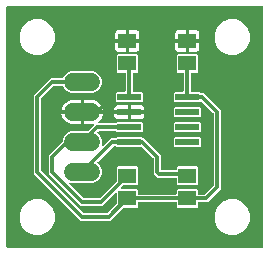
<source format=gbr>
G04 EAGLE Gerber RS-274X export*
G75*
%MOMM*%
%FSLAX34Y34*%
%LPD*%
%INTop Copper*%
%IPPOS*%
%AMOC8*
5,1,8,0,0,1.08239X$1,22.5*%
G01*
%ADD10R,1.500000X1.300000*%
%ADD11C,1.524000*%
%ADD12R,2.030000X0.610000*%
%ADD13C,0.304800*%

G36*
X203220Y596142D02*
X203220Y596142D01*
X203239Y596140D01*
X203341Y596162D01*
X203443Y596179D01*
X203460Y596188D01*
X203480Y596192D01*
X203569Y596245D01*
X203660Y596294D01*
X203674Y596308D01*
X203691Y596318D01*
X203758Y596397D01*
X203830Y596472D01*
X203838Y596490D01*
X203851Y596505D01*
X203890Y596601D01*
X203933Y596695D01*
X203935Y596715D01*
X203943Y596733D01*
X203961Y596900D01*
X203961Y800100D01*
X203958Y800120D01*
X203960Y800139D01*
X203938Y800241D01*
X203922Y800343D01*
X203912Y800360D01*
X203908Y800380D01*
X203855Y800469D01*
X203806Y800560D01*
X203792Y800574D01*
X203782Y800591D01*
X203703Y800658D01*
X203628Y800730D01*
X203610Y800738D01*
X203595Y800751D01*
X203499Y800790D01*
X203405Y800833D01*
X203385Y800835D01*
X203367Y800843D01*
X203200Y800861D01*
X-12700Y800861D01*
X-12720Y800858D01*
X-12739Y800860D01*
X-12841Y800838D01*
X-12943Y800822D01*
X-12960Y800812D01*
X-12980Y800808D01*
X-13069Y800755D01*
X-13160Y800706D01*
X-13174Y800692D01*
X-13191Y800682D01*
X-13258Y800603D01*
X-13330Y800528D01*
X-13338Y800510D01*
X-13351Y800495D01*
X-13390Y800399D01*
X-13433Y800305D01*
X-13435Y800285D01*
X-13443Y800267D01*
X-13461Y800100D01*
X-13461Y596900D01*
X-13458Y596880D01*
X-13460Y596861D01*
X-13438Y596759D01*
X-13422Y596657D01*
X-13412Y596640D01*
X-13408Y596620D01*
X-13355Y596531D01*
X-13306Y596440D01*
X-13292Y596426D01*
X-13282Y596409D01*
X-13203Y596342D01*
X-13128Y596271D01*
X-13110Y596262D01*
X-13095Y596249D01*
X-12999Y596210D01*
X-12905Y596167D01*
X-12885Y596165D01*
X-12867Y596157D01*
X-12700Y596139D01*
X203200Y596139D01*
X203220Y596142D01*
G37*
%LPC*%
G36*
X49537Y619251D02*
X49537Y619251D01*
X9651Y659137D01*
X9651Y725163D01*
X24137Y739649D01*
X34036Y739649D01*
X34151Y739668D01*
X34267Y739685D01*
X34273Y739687D01*
X34279Y739688D01*
X34381Y739743D01*
X34486Y739796D01*
X34491Y739801D01*
X34496Y739804D01*
X34576Y739888D01*
X34658Y739972D01*
X34662Y739978D01*
X34665Y739982D01*
X34673Y739999D01*
X34739Y740119D01*
X35427Y741780D01*
X38000Y744353D01*
X41361Y745745D01*
X60239Y745745D01*
X63600Y744353D01*
X66173Y741780D01*
X67565Y738419D01*
X67565Y734781D01*
X66173Y731420D01*
X63600Y728847D01*
X60239Y727455D01*
X41361Y727455D01*
X38000Y728847D01*
X35427Y731420D01*
X34739Y733081D01*
X34678Y733181D01*
X34618Y733281D01*
X34613Y733285D01*
X34610Y733290D01*
X34520Y733365D01*
X34431Y733441D01*
X34425Y733443D01*
X34420Y733447D01*
X34312Y733489D01*
X34203Y733533D01*
X34195Y733534D01*
X34191Y733535D01*
X34172Y733536D01*
X34036Y733551D01*
X26978Y733551D01*
X26888Y733537D01*
X26797Y733529D01*
X26767Y733517D01*
X26735Y733512D01*
X26655Y733469D01*
X26571Y733433D01*
X26539Y733407D01*
X26518Y733396D01*
X26496Y733373D01*
X26440Y733328D01*
X15972Y722860D01*
X15919Y722786D01*
X15859Y722717D01*
X15847Y722687D01*
X15828Y722660D01*
X15801Y722573D01*
X15767Y722489D01*
X15763Y722448D01*
X15756Y722425D01*
X15757Y722393D01*
X15749Y722322D01*
X15749Y661978D01*
X15763Y661888D01*
X15771Y661797D01*
X15783Y661767D01*
X15788Y661735D01*
X15831Y661655D01*
X15867Y661571D01*
X15893Y661539D01*
X15904Y661518D01*
X15927Y661496D01*
X15972Y661440D01*
X51840Y625572D01*
X51914Y625519D01*
X51983Y625459D01*
X52013Y625447D01*
X52040Y625428D01*
X52127Y625401D01*
X52211Y625367D01*
X52252Y625363D01*
X52275Y625356D01*
X52307Y625357D01*
X52378Y625349D01*
X71422Y625349D01*
X71512Y625363D01*
X71603Y625371D01*
X71633Y625383D01*
X71665Y625388D01*
X71745Y625431D01*
X71829Y625467D01*
X71861Y625493D01*
X71882Y625504D01*
X71904Y625527D01*
X71960Y625572D01*
X79652Y633264D01*
X79705Y633338D01*
X79765Y633407D01*
X79777Y633437D01*
X79796Y633464D01*
X79823Y633550D01*
X79857Y633635D01*
X79861Y633676D01*
X79868Y633699D01*
X79867Y633731D01*
X79875Y633802D01*
X79875Y642026D01*
X79864Y642097D01*
X79862Y642168D01*
X79844Y642217D01*
X79836Y642269D01*
X79802Y642332D01*
X79777Y642399D01*
X79745Y642440D01*
X79720Y642486D01*
X79669Y642535D01*
X79624Y642591D01*
X79580Y642620D01*
X79542Y642655D01*
X79477Y642686D01*
X79417Y642724D01*
X79366Y642737D01*
X79319Y642759D01*
X79248Y642767D01*
X79178Y642784D01*
X79126Y642780D01*
X79075Y642786D01*
X79004Y642771D01*
X78933Y642765D01*
X78885Y642745D01*
X78834Y642734D01*
X78773Y642697D01*
X78707Y642669D01*
X78651Y642624D01*
X78623Y642608D01*
X78608Y642590D01*
X78576Y642564D01*
X69972Y633960D01*
X67963Y631951D01*
X49537Y631951D01*
X22351Y659137D01*
X22351Y674363D01*
X33812Y685824D01*
X33865Y685898D01*
X33925Y685967D01*
X33937Y685997D01*
X33956Y686024D01*
X33983Y686111D01*
X34017Y686195D01*
X34021Y686236D01*
X34028Y686259D01*
X34027Y686291D01*
X34035Y686362D01*
X34035Y687619D01*
X35427Y690980D01*
X38000Y693553D01*
X41361Y694945D01*
X55318Y694945D01*
X55408Y694959D01*
X55499Y694967D01*
X55529Y694979D01*
X55561Y694984D01*
X55641Y695027D01*
X55725Y695063D01*
X55757Y695089D01*
X55778Y695100D01*
X55800Y695123D01*
X55856Y695168D01*
X60543Y699855D01*
X60548Y699861D01*
X60554Y699866D01*
X60620Y699962D01*
X60687Y700054D01*
X60689Y700062D01*
X60693Y700069D01*
X60725Y700180D01*
X60759Y700289D01*
X60759Y700297D01*
X60761Y700305D01*
X60756Y700420D01*
X60753Y700535D01*
X60750Y700543D01*
X60749Y700551D01*
X60708Y700658D01*
X60668Y700766D01*
X60663Y700773D01*
X60660Y700780D01*
X60586Y700868D01*
X60514Y700958D01*
X60508Y700963D01*
X60503Y700969D01*
X60405Y701029D01*
X60307Y701091D01*
X60300Y701093D01*
X60293Y701097D01*
X60181Y701123D01*
X60069Y701151D01*
X60061Y701151D01*
X60053Y701153D01*
X59886Y701145D01*
X59220Y701039D01*
X52323Y701039D01*
X52323Y709677D01*
X68466Y709677D01*
X68331Y708821D01*
X67836Y707300D01*
X67110Y705875D01*
X66170Y704581D01*
X65039Y703450D01*
X64318Y702926D01*
X64312Y702920D01*
X64305Y702916D01*
X64226Y702833D01*
X64145Y702751D01*
X64142Y702744D01*
X64136Y702738D01*
X64088Y702634D01*
X64037Y702530D01*
X64036Y702522D01*
X64032Y702515D01*
X64020Y702401D01*
X64005Y702286D01*
X64006Y702278D01*
X64005Y702271D01*
X64030Y702158D01*
X64052Y702045D01*
X64056Y702038D01*
X64058Y702030D01*
X64117Y701931D01*
X64174Y701831D01*
X64180Y701826D01*
X64184Y701819D01*
X64271Y701744D01*
X64357Y701667D01*
X64365Y701664D01*
X64371Y701659D01*
X64478Y701616D01*
X64583Y701571D01*
X64591Y701570D01*
X64599Y701567D01*
X64766Y701549D01*
X78264Y701549D01*
X78284Y701552D01*
X78303Y701550D01*
X78405Y701572D01*
X78507Y701588D01*
X78524Y701598D01*
X78544Y701602D01*
X78633Y701655D01*
X78724Y701704D01*
X78738Y701718D01*
X78755Y701728D01*
X78822Y701807D01*
X78894Y701882D01*
X78902Y701900D01*
X78915Y701915D01*
X78954Y702011D01*
X78997Y702105D01*
X78999Y702125D01*
X79007Y702143D01*
X79009Y702166D01*
X79918Y703075D01*
X101482Y703075D01*
X102375Y702182D01*
X102375Y694818D01*
X101482Y693925D01*
X79918Y693925D01*
X79000Y694844D01*
X78986Y694933D01*
X78976Y694950D01*
X78972Y694970D01*
X78919Y695059D01*
X78870Y695150D01*
X78856Y695164D01*
X78846Y695181D01*
X78767Y695248D01*
X78692Y695320D01*
X78674Y695328D01*
X78659Y695341D01*
X78563Y695380D01*
X78469Y695423D01*
X78449Y695425D01*
X78431Y695433D01*
X78264Y695451D01*
X65078Y695451D01*
X64988Y695437D01*
X64897Y695429D01*
X64867Y695417D01*
X64835Y695412D01*
X64755Y695369D01*
X64671Y695333D01*
X64639Y695307D01*
X64618Y695296D01*
X64596Y695273D01*
X64540Y695228D01*
X63770Y694459D01*
X63759Y694443D01*
X63743Y694430D01*
X63687Y694343D01*
X63627Y694259D01*
X63621Y694240D01*
X63610Y694223D01*
X63585Y694123D01*
X63554Y694024D01*
X63555Y694004D01*
X63550Y693985D01*
X63558Y693882D01*
X63561Y693778D01*
X63568Y693759D01*
X63569Y693740D01*
X63610Y693645D01*
X63645Y693547D01*
X63658Y693531D01*
X63666Y693513D01*
X63770Y693382D01*
X66173Y690980D01*
X67565Y687619D01*
X67565Y683981D01*
X67258Y683241D01*
X67236Y683146D01*
X67207Y683053D01*
X67208Y683027D01*
X67202Y683001D01*
X67211Y682905D01*
X67214Y682807D01*
X67223Y682783D01*
X67225Y682757D01*
X67265Y682668D01*
X67298Y682576D01*
X67314Y682556D01*
X67325Y682532D01*
X67391Y682460D01*
X67452Y682384D01*
X67474Y682370D01*
X67492Y682351D01*
X67577Y682304D01*
X67659Y682251D01*
X67684Y682245D01*
X67707Y682232D01*
X67803Y682215D01*
X67897Y682191D01*
X67923Y682193D01*
X67949Y682188D01*
X68046Y682203D01*
X68142Y682210D01*
X68166Y682220D01*
X68192Y682224D01*
X68279Y682268D01*
X68369Y682307D01*
X68394Y682327D01*
X68412Y682336D01*
X68435Y682359D01*
X68500Y682411D01*
X74937Y688849D01*
X78264Y688849D01*
X78284Y688852D01*
X78303Y688850D01*
X78405Y688872D01*
X78507Y688888D01*
X78524Y688898D01*
X78544Y688902D01*
X78633Y688955D01*
X78724Y689004D01*
X78738Y689018D01*
X78755Y689028D01*
X78822Y689107D01*
X78894Y689182D01*
X78902Y689200D01*
X78915Y689215D01*
X78954Y689311D01*
X78997Y689405D01*
X78999Y689425D01*
X79007Y689443D01*
X79009Y689466D01*
X79918Y690375D01*
X101482Y690375D01*
X102400Y689456D01*
X102414Y689367D01*
X102424Y689350D01*
X102428Y689330D01*
X102481Y689241D01*
X102530Y689150D01*
X102544Y689136D01*
X102554Y689119D01*
X102633Y689052D01*
X102708Y688980D01*
X102726Y688972D01*
X102741Y688959D01*
X102760Y688951D01*
X117349Y674363D01*
X117349Y662610D01*
X117352Y662590D01*
X117350Y662571D01*
X117372Y662469D01*
X117388Y662367D01*
X117398Y662350D01*
X117402Y662330D01*
X117455Y662241D01*
X117504Y662150D01*
X117518Y662136D01*
X117528Y662119D01*
X117607Y662052D01*
X117682Y661980D01*
X117700Y661972D01*
X117715Y661959D01*
X117811Y661920D01*
X117905Y661877D01*
X117925Y661875D01*
X117943Y661867D01*
X118110Y661849D01*
X129914Y661849D01*
X129934Y661852D01*
X129953Y661850D01*
X130055Y661872D01*
X130157Y661888D01*
X130174Y661898D01*
X130194Y661902D01*
X130283Y661955D01*
X130374Y662004D01*
X130388Y662018D01*
X130405Y662028D01*
X130472Y662107D01*
X130544Y662182D01*
X130552Y662200D01*
X130565Y662215D01*
X130604Y662311D01*
X130647Y662405D01*
X130649Y662425D01*
X130657Y662443D01*
X130675Y662610D01*
X130675Y664332D01*
X131568Y665225D01*
X147832Y665225D01*
X148725Y664332D01*
X148725Y650068D01*
X147832Y649175D01*
X131568Y649175D01*
X130675Y650068D01*
X130675Y654990D01*
X130672Y655010D01*
X130674Y655029D01*
X130652Y655131D01*
X130636Y655233D01*
X130626Y655250D01*
X130622Y655270D01*
X130569Y655359D01*
X130520Y655450D01*
X130506Y655464D01*
X130496Y655481D01*
X130417Y655548D01*
X130342Y655620D01*
X130324Y655628D01*
X130309Y655641D01*
X130213Y655680D01*
X130119Y655723D01*
X130099Y655725D01*
X130081Y655733D01*
X129914Y655751D01*
X114637Y655751D01*
X111251Y659137D01*
X111251Y671522D01*
X111249Y671534D01*
X111250Y671542D01*
X111241Y671584D01*
X111237Y671612D01*
X111229Y671703D01*
X111217Y671733D01*
X111212Y671765D01*
X111169Y671845D01*
X111133Y671929D01*
X111107Y671961D01*
X111096Y671982D01*
X111073Y672004D01*
X111028Y672060D01*
X102086Y681002D01*
X102012Y681055D01*
X101943Y681115D01*
X101913Y681127D01*
X101886Y681146D01*
X101799Y681173D01*
X101715Y681207D01*
X101674Y681211D01*
X101651Y681218D01*
X101619Y681217D01*
X101548Y681225D01*
X79918Y681225D01*
X79000Y682144D01*
X78986Y682233D01*
X78976Y682250D01*
X78972Y682270D01*
X78919Y682359D01*
X78870Y682450D01*
X78856Y682464D01*
X78846Y682481D01*
X78767Y682548D01*
X78692Y682620D01*
X78674Y682628D01*
X78659Y682641D01*
X78563Y682680D01*
X78469Y682723D01*
X78449Y682725D01*
X78431Y682733D01*
X78264Y682751D01*
X77778Y682751D01*
X77688Y682737D01*
X77597Y682729D01*
X77567Y682717D01*
X77535Y682712D01*
X77455Y682669D01*
X77371Y682633D01*
X77339Y682607D01*
X77318Y682596D01*
X77296Y682573D01*
X77240Y682528D01*
X63770Y669059D01*
X63759Y669043D01*
X63743Y669030D01*
X63687Y668943D01*
X63627Y668859D01*
X63621Y668840D01*
X63610Y668823D01*
X63585Y668723D01*
X63554Y668624D01*
X63555Y668604D01*
X63550Y668585D01*
X63558Y668482D01*
X63561Y668378D01*
X63568Y668359D01*
X63569Y668340D01*
X63610Y668245D01*
X63645Y668147D01*
X63658Y668131D01*
X63666Y668113D01*
X63770Y667982D01*
X66173Y665580D01*
X67565Y662219D01*
X67565Y658581D01*
X66173Y655220D01*
X63600Y652647D01*
X60239Y651255D01*
X41361Y651255D01*
X40621Y651562D01*
X40526Y651584D01*
X40433Y651613D01*
X40407Y651612D01*
X40381Y651618D01*
X40285Y651609D01*
X40187Y651606D01*
X40163Y651597D01*
X40137Y651595D01*
X40048Y651555D01*
X39956Y651522D01*
X39936Y651506D01*
X39912Y651495D01*
X39840Y651429D01*
X39764Y651368D01*
X39750Y651346D01*
X39731Y651328D01*
X39684Y651243D01*
X39631Y651161D01*
X39625Y651136D01*
X39612Y651113D01*
X39595Y651017D01*
X39571Y650923D01*
X39573Y650897D01*
X39568Y650871D01*
X39583Y650774D01*
X39590Y650678D01*
X39600Y650654D01*
X39604Y650628D01*
X39648Y650541D01*
X39687Y650451D01*
X39707Y650426D01*
X39716Y650408D01*
X39739Y650385D01*
X39791Y650320D01*
X51840Y638272D01*
X51914Y638219D01*
X51983Y638159D01*
X52013Y638147D01*
X52040Y638128D01*
X52127Y638101D01*
X52211Y638067D01*
X52252Y638063D01*
X52275Y638056D01*
X52307Y638057D01*
X52378Y638049D01*
X65122Y638049D01*
X65212Y638063D01*
X65303Y638071D01*
X65333Y638083D01*
X65365Y638088D01*
X65445Y638131D01*
X65529Y638167D01*
X65561Y638193D01*
X65582Y638204D01*
X65604Y638227D01*
X65660Y638272D01*
X79652Y652264D01*
X79705Y652338D01*
X79765Y652407D01*
X79777Y652437D01*
X79796Y652464D01*
X79823Y652551D01*
X79857Y652635D01*
X79861Y652676D01*
X79868Y652699D01*
X79867Y652731D01*
X79875Y652802D01*
X79875Y664332D01*
X80768Y665225D01*
X97032Y665225D01*
X97925Y664332D01*
X97925Y650068D01*
X97032Y649175D01*
X85502Y649175D01*
X85412Y649161D01*
X85321Y649153D01*
X85291Y649141D01*
X85259Y649136D01*
X85179Y649093D01*
X85095Y649057D01*
X85063Y649031D01*
X85042Y649020D01*
X85020Y648997D01*
X84964Y648952D01*
X83536Y647524D01*
X83494Y647466D01*
X83445Y647414D01*
X83423Y647367D01*
X83392Y647325D01*
X83371Y647256D01*
X83341Y647191D01*
X83335Y647139D01*
X83320Y647089D01*
X83322Y647018D01*
X83314Y646947D01*
X83325Y646896D01*
X83326Y646844D01*
X83351Y646776D01*
X83366Y646706D01*
X83393Y646661D01*
X83411Y646613D01*
X83456Y646557D01*
X83492Y646495D01*
X83532Y646461D01*
X83564Y646421D01*
X83625Y646382D01*
X83679Y646335D01*
X83728Y646316D01*
X83771Y646288D01*
X83841Y646270D01*
X83907Y646243D01*
X83979Y646235D01*
X84010Y646227D01*
X84033Y646229D01*
X84074Y646225D01*
X97032Y646225D01*
X97925Y645332D01*
X97925Y642010D01*
X97928Y641990D01*
X97926Y641971D01*
X97948Y641869D01*
X97964Y641767D01*
X97974Y641750D01*
X97978Y641730D01*
X98031Y641641D01*
X98080Y641550D01*
X98094Y641536D01*
X98104Y641519D01*
X98183Y641452D01*
X98258Y641380D01*
X98276Y641372D01*
X98291Y641359D01*
X98387Y641320D01*
X98481Y641277D01*
X98501Y641275D01*
X98519Y641267D01*
X98686Y641249D01*
X129914Y641249D01*
X129934Y641252D01*
X129953Y641250D01*
X130055Y641272D01*
X130157Y641288D01*
X130174Y641298D01*
X130194Y641302D01*
X130283Y641355D01*
X130374Y641404D01*
X130388Y641418D01*
X130405Y641428D01*
X130472Y641507D01*
X130544Y641582D01*
X130552Y641600D01*
X130565Y641615D01*
X130604Y641711D01*
X130647Y641805D01*
X130649Y641825D01*
X130657Y641843D01*
X130675Y642010D01*
X130675Y645332D01*
X131568Y646225D01*
X147832Y646225D01*
X148725Y645332D01*
X148725Y642010D01*
X148728Y641990D01*
X148726Y641971D01*
X148748Y641869D01*
X148764Y641767D01*
X148774Y641750D01*
X148778Y641730D01*
X148831Y641641D01*
X148880Y641550D01*
X148894Y641536D01*
X148904Y641519D01*
X148983Y641452D01*
X149058Y641380D01*
X149076Y641372D01*
X149091Y641359D01*
X149187Y641320D01*
X149281Y641277D01*
X149301Y641275D01*
X149319Y641267D01*
X149486Y641249D01*
X154022Y641249D01*
X154112Y641263D01*
X154203Y641271D01*
X154233Y641283D01*
X154265Y641288D01*
X154345Y641331D01*
X154429Y641367D01*
X154461Y641393D01*
X154482Y641404D01*
X154504Y641427D01*
X154560Y641472D01*
X161828Y648740D01*
X161881Y648814D01*
X161941Y648883D01*
X161953Y648913D01*
X161972Y648940D01*
X161999Y649027D01*
X162033Y649111D01*
X162037Y649152D01*
X162044Y649175D01*
X162043Y649207D01*
X162051Y649278D01*
X162051Y709622D01*
X162037Y709712D01*
X162029Y709803D01*
X162017Y709833D01*
X162012Y709865D01*
X161969Y709945D01*
X161933Y710029D01*
X161907Y710061D01*
X161896Y710082D01*
X161873Y710104D01*
X161828Y710160D01*
X152111Y719878D01*
X152094Y719889D01*
X152082Y719905D01*
X151995Y719961D01*
X151911Y720021D01*
X151892Y720027D01*
X151875Y720038D01*
X151775Y720063D01*
X151676Y720094D01*
X151656Y720093D01*
X151637Y720098D01*
X151534Y720090D01*
X151430Y720087D01*
X151411Y720080D01*
X151391Y720079D01*
X151296Y720039D01*
X151199Y720003D01*
X151183Y719990D01*
X151165Y719983D01*
X151034Y719878D01*
X150482Y719325D01*
X128918Y719325D01*
X128025Y720218D01*
X128025Y727582D01*
X128918Y728475D01*
X135890Y728475D01*
X135910Y728478D01*
X135929Y728476D01*
X136031Y728498D01*
X136133Y728514D01*
X136150Y728524D01*
X136170Y728528D01*
X136259Y728581D01*
X136350Y728630D01*
X136364Y728644D01*
X136381Y728654D01*
X136448Y728733D01*
X136520Y728808D01*
X136528Y728826D01*
X136541Y728841D01*
X136580Y728937D01*
X136623Y729031D01*
X136625Y729051D01*
X136633Y729069D01*
X136651Y729236D01*
X136651Y743714D01*
X136648Y743734D01*
X136650Y743753D01*
X136628Y743855D01*
X136612Y743957D01*
X136602Y743974D01*
X136598Y743994D01*
X136545Y744083D01*
X136496Y744174D01*
X136482Y744188D01*
X136472Y744205D01*
X136393Y744272D01*
X136318Y744344D01*
X136300Y744352D01*
X136285Y744365D01*
X136189Y744404D01*
X136095Y744447D01*
X136075Y744449D01*
X136057Y744457D01*
X135890Y744475D01*
X131568Y744475D01*
X130675Y745368D01*
X130675Y759632D01*
X131568Y760525D01*
X147832Y760525D01*
X148725Y759632D01*
X148725Y745368D01*
X147832Y744475D01*
X143510Y744475D01*
X143490Y744472D01*
X143471Y744474D01*
X143369Y744452D01*
X143267Y744436D01*
X143250Y744426D01*
X143230Y744422D01*
X143141Y744369D01*
X143050Y744320D01*
X143036Y744306D01*
X143019Y744296D01*
X142952Y744217D01*
X142880Y744142D01*
X142872Y744124D01*
X142859Y744109D01*
X142820Y744013D01*
X142777Y743919D01*
X142775Y743899D01*
X142767Y743881D01*
X142749Y743714D01*
X142749Y729236D01*
X142752Y729216D01*
X142750Y729197D01*
X142772Y729095D01*
X142788Y728993D01*
X142798Y728976D01*
X142802Y728956D01*
X142855Y728867D01*
X142904Y728776D01*
X142918Y728762D01*
X142928Y728745D01*
X143007Y728678D01*
X143082Y728606D01*
X143100Y728598D01*
X143115Y728585D01*
X143211Y728546D01*
X143305Y728503D01*
X143325Y728501D01*
X143343Y728493D01*
X143510Y728475D01*
X150482Y728475D01*
X151400Y727556D01*
X151414Y727467D01*
X151424Y727450D01*
X151428Y727430D01*
X151481Y727341D01*
X151530Y727250D01*
X151544Y727236D01*
X151554Y727219D01*
X151633Y727152D01*
X151708Y727080D01*
X151726Y727072D01*
X151741Y727059D01*
X151837Y727020D01*
X151931Y726977D01*
X151951Y726975D01*
X151969Y726967D01*
X152136Y726949D01*
X153663Y726949D01*
X168149Y712463D01*
X168149Y646437D01*
X156863Y635151D01*
X149486Y635151D01*
X149466Y635148D01*
X149447Y635150D01*
X149345Y635128D01*
X149243Y635112D01*
X149226Y635102D01*
X149206Y635098D01*
X149117Y635045D01*
X149026Y634996D01*
X149012Y634982D01*
X148995Y634972D01*
X148928Y634893D01*
X148856Y634818D01*
X148848Y634800D01*
X148835Y634785D01*
X148796Y634689D01*
X148753Y634595D01*
X148751Y634575D01*
X148743Y634557D01*
X148725Y634390D01*
X148725Y631068D01*
X147832Y630175D01*
X131568Y630175D01*
X130675Y631068D01*
X130675Y634390D01*
X130672Y634410D01*
X130674Y634429D01*
X130652Y634531D01*
X130636Y634633D01*
X130626Y634650D01*
X130622Y634670D01*
X130569Y634759D01*
X130520Y634850D01*
X130506Y634864D01*
X130496Y634881D01*
X130417Y634948D01*
X130342Y635020D01*
X130324Y635028D01*
X130309Y635041D01*
X130213Y635080D01*
X130119Y635123D01*
X130099Y635125D01*
X130081Y635133D01*
X129914Y635151D01*
X98686Y635151D01*
X98666Y635148D01*
X98647Y635150D01*
X98545Y635128D01*
X98443Y635112D01*
X98426Y635102D01*
X98406Y635098D01*
X98317Y635045D01*
X98226Y634996D01*
X98212Y634982D01*
X98195Y634972D01*
X98128Y634893D01*
X98056Y634818D01*
X98048Y634800D01*
X98035Y634785D01*
X97996Y634689D01*
X97953Y634595D01*
X97951Y634575D01*
X97943Y634557D01*
X97925Y634390D01*
X97925Y631068D01*
X97032Y630175D01*
X85502Y630175D01*
X85412Y630161D01*
X85321Y630153D01*
X85291Y630141D01*
X85259Y630136D01*
X85179Y630093D01*
X85095Y630057D01*
X85063Y630031D01*
X85042Y630020D01*
X85020Y629997D01*
X84964Y629952D01*
X74263Y619251D01*
X49537Y619251D01*
G37*
%LPD*%
%LPC*%
G36*
X174816Y759699D02*
X174816Y759699D01*
X169303Y761983D01*
X165083Y766203D01*
X162799Y771716D01*
X162799Y777684D01*
X165083Y783197D01*
X169303Y787417D01*
X174816Y789701D01*
X180784Y789701D01*
X186297Y787417D01*
X190517Y783197D01*
X192801Y777684D01*
X192801Y771716D01*
X190517Y766203D01*
X186297Y761983D01*
X180784Y759699D01*
X174816Y759699D01*
G37*
%LPD*%
%LPC*%
G36*
X174816Y607299D02*
X174816Y607299D01*
X169303Y609583D01*
X165083Y613803D01*
X162799Y619316D01*
X162799Y625284D01*
X165083Y630797D01*
X169303Y635017D01*
X174816Y637301D01*
X180784Y637301D01*
X186297Y635017D01*
X190517Y630797D01*
X192801Y625284D01*
X192801Y619316D01*
X190517Y613803D01*
X186297Y609583D01*
X180784Y607299D01*
X174816Y607299D01*
G37*
%LPD*%
%LPC*%
G36*
X9716Y759699D02*
X9716Y759699D01*
X4203Y761983D01*
X-17Y766203D01*
X-2301Y771716D01*
X-2301Y777684D01*
X-17Y783197D01*
X4203Y787417D01*
X9716Y789701D01*
X15684Y789701D01*
X21197Y787417D01*
X25417Y783197D01*
X27701Y777684D01*
X27701Y771716D01*
X25417Y766203D01*
X21197Y761983D01*
X15684Y759699D01*
X9716Y759699D01*
G37*
%LPD*%
%LPC*%
G36*
X9716Y607299D02*
X9716Y607299D01*
X4203Y609583D01*
X-17Y613803D01*
X-2301Y619316D01*
X-2301Y625284D01*
X-17Y630797D01*
X4203Y635017D01*
X9716Y637301D01*
X15684Y637301D01*
X21197Y635017D01*
X25417Y630797D01*
X27701Y625284D01*
X27701Y619316D01*
X25417Y613803D01*
X21197Y609583D01*
X15684Y607299D01*
X9716Y607299D01*
G37*
%LPD*%
%LPC*%
G36*
X79918Y719325D02*
X79918Y719325D01*
X79025Y720218D01*
X79025Y727582D01*
X79918Y728475D01*
X86890Y728475D01*
X86910Y728478D01*
X86929Y728476D01*
X87031Y728498D01*
X87133Y728514D01*
X87150Y728524D01*
X87170Y728528D01*
X87259Y728581D01*
X87350Y728630D01*
X87364Y728644D01*
X87381Y728654D01*
X87448Y728733D01*
X87520Y728808D01*
X87528Y728826D01*
X87541Y728841D01*
X87580Y728937D01*
X87623Y729031D01*
X87625Y729051D01*
X87633Y729069D01*
X87651Y729236D01*
X87651Y743714D01*
X87648Y743734D01*
X87650Y743753D01*
X87628Y743855D01*
X87612Y743957D01*
X87602Y743974D01*
X87598Y743994D01*
X87545Y744083D01*
X87496Y744174D01*
X87482Y744188D01*
X87472Y744205D01*
X87393Y744272D01*
X87318Y744344D01*
X87300Y744352D01*
X87285Y744365D01*
X87189Y744404D01*
X87095Y744447D01*
X87075Y744449D01*
X87057Y744457D01*
X86890Y744475D01*
X80768Y744475D01*
X79875Y745368D01*
X79875Y759632D01*
X80768Y760525D01*
X97032Y760525D01*
X97925Y759632D01*
X97925Y745368D01*
X97032Y744475D01*
X94510Y744475D01*
X94490Y744472D01*
X94471Y744474D01*
X94369Y744452D01*
X94267Y744436D01*
X94250Y744426D01*
X94230Y744422D01*
X94141Y744369D01*
X94050Y744320D01*
X94036Y744306D01*
X94019Y744296D01*
X93952Y744217D01*
X93880Y744142D01*
X93872Y744124D01*
X93859Y744109D01*
X93820Y744013D01*
X93777Y743919D01*
X93775Y743899D01*
X93767Y743881D01*
X93749Y743714D01*
X93749Y729236D01*
X93752Y729216D01*
X93750Y729197D01*
X93772Y729095D01*
X93788Y728993D01*
X93798Y728976D01*
X93802Y728956D01*
X93855Y728867D01*
X93904Y728776D01*
X93918Y728762D01*
X93928Y728745D01*
X94007Y728678D01*
X94082Y728606D01*
X94100Y728598D01*
X94115Y728585D01*
X94211Y728546D01*
X94305Y728503D01*
X94325Y728501D01*
X94343Y728493D01*
X94510Y728475D01*
X101482Y728475D01*
X102375Y727582D01*
X102375Y720218D01*
X101482Y719325D01*
X79918Y719325D01*
G37*
%LPD*%
%LPC*%
G36*
X128918Y706625D02*
X128918Y706625D01*
X128025Y707518D01*
X128025Y714882D01*
X128918Y715775D01*
X150482Y715775D01*
X151375Y714882D01*
X151375Y707518D01*
X150482Y706625D01*
X128918Y706625D01*
G37*
%LPD*%
%LPC*%
G36*
X128918Y693925D02*
X128918Y693925D01*
X128025Y694818D01*
X128025Y702182D01*
X128918Y703075D01*
X150482Y703075D01*
X151375Y702182D01*
X151375Y694818D01*
X150482Y693925D01*
X128918Y693925D01*
G37*
%LPD*%
%LPC*%
G36*
X128918Y681225D02*
X128918Y681225D01*
X128025Y682118D01*
X128025Y689482D01*
X128918Y690375D01*
X150482Y690375D01*
X151375Y689482D01*
X151375Y682118D01*
X150482Y681225D01*
X128918Y681225D01*
G37*
%LPD*%
%LPC*%
G36*
X52323Y712723D02*
X52323Y712723D01*
X52323Y721361D01*
X59220Y721361D01*
X60799Y721111D01*
X62320Y720616D01*
X63745Y719890D01*
X65039Y718950D01*
X66170Y717819D01*
X67110Y716525D01*
X67836Y715100D01*
X68331Y713579D01*
X68466Y712723D01*
X52323Y712723D01*
G37*
%LPD*%
%LPC*%
G36*
X33134Y712723D02*
X33134Y712723D01*
X33269Y713579D01*
X33764Y715100D01*
X34490Y716525D01*
X35430Y717819D01*
X36561Y718950D01*
X37855Y719890D01*
X39280Y720616D01*
X40801Y721111D01*
X42380Y721361D01*
X49277Y721361D01*
X49277Y712723D01*
X33134Y712723D01*
G37*
%LPD*%
%LPC*%
G36*
X42380Y701039D02*
X42380Y701039D01*
X40801Y701289D01*
X39280Y701784D01*
X37855Y702510D01*
X36561Y703450D01*
X35430Y704581D01*
X34490Y705875D01*
X33764Y707300D01*
X33269Y708821D01*
X33134Y709677D01*
X49277Y709677D01*
X49277Y701039D01*
X42380Y701039D01*
G37*
%LPD*%
%LPC*%
G36*
X90423Y773023D02*
X90423Y773023D01*
X90423Y780541D01*
X96734Y780541D01*
X97381Y780368D01*
X97960Y780033D01*
X98433Y779560D01*
X98768Y778981D01*
X98941Y778334D01*
X98941Y773023D01*
X90423Y773023D01*
G37*
%LPD*%
%LPC*%
G36*
X141223Y773023D02*
X141223Y773023D01*
X141223Y780541D01*
X147534Y780541D01*
X148181Y780368D01*
X148760Y780033D01*
X149233Y779560D01*
X149568Y778981D01*
X149741Y778334D01*
X149741Y773023D01*
X141223Y773023D01*
G37*
%LPD*%
%LPC*%
G36*
X78859Y773023D02*
X78859Y773023D01*
X78859Y778334D01*
X79032Y778981D01*
X79367Y779560D01*
X79840Y780033D01*
X80419Y780368D01*
X81066Y780541D01*
X87377Y780541D01*
X87377Y773023D01*
X78859Y773023D01*
G37*
%LPD*%
%LPC*%
G36*
X129659Y773023D02*
X129659Y773023D01*
X129659Y778334D01*
X129832Y778981D01*
X130167Y779560D01*
X130640Y780033D01*
X131219Y780368D01*
X131866Y780541D01*
X138177Y780541D01*
X138177Y773023D01*
X129659Y773023D01*
G37*
%LPD*%
%LPC*%
G36*
X141223Y762459D02*
X141223Y762459D01*
X141223Y769977D01*
X149741Y769977D01*
X149741Y764666D01*
X149568Y764019D01*
X149233Y763440D01*
X148760Y762967D01*
X148181Y762632D01*
X147534Y762459D01*
X141223Y762459D01*
G37*
%LPD*%
%LPC*%
G36*
X90423Y762459D02*
X90423Y762459D01*
X90423Y769977D01*
X98941Y769977D01*
X98941Y764666D01*
X98768Y764019D01*
X98433Y763440D01*
X97960Y762967D01*
X97381Y762632D01*
X96734Y762459D01*
X90423Y762459D01*
G37*
%LPD*%
%LPC*%
G36*
X131866Y762459D02*
X131866Y762459D01*
X131219Y762632D01*
X130640Y762967D01*
X130167Y763440D01*
X129832Y764019D01*
X129659Y764666D01*
X129659Y769977D01*
X138177Y769977D01*
X138177Y762459D01*
X131866Y762459D01*
G37*
%LPD*%
%LPC*%
G36*
X81066Y762459D02*
X81066Y762459D01*
X80419Y762632D01*
X79840Y762967D01*
X79367Y763440D01*
X79032Y764019D01*
X78859Y764666D01*
X78859Y769977D01*
X87377Y769977D01*
X87377Y762459D01*
X81066Y762459D01*
G37*
%LPD*%
%LPC*%
G36*
X92223Y712723D02*
X92223Y712723D01*
X92223Y716791D01*
X101184Y716791D01*
X101831Y716618D01*
X102410Y716283D01*
X102883Y715810D01*
X103218Y715231D01*
X103391Y714584D01*
X103391Y712723D01*
X92223Y712723D01*
G37*
%LPD*%
%LPC*%
G36*
X78009Y712723D02*
X78009Y712723D01*
X78009Y714584D01*
X78182Y715231D01*
X78517Y715810D01*
X78990Y716283D01*
X79569Y716618D01*
X80216Y716791D01*
X89177Y716791D01*
X89177Y712723D01*
X78009Y712723D01*
G37*
%LPD*%
%LPC*%
G36*
X92223Y705609D02*
X92223Y705609D01*
X92223Y709677D01*
X103391Y709677D01*
X103391Y707816D01*
X103218Y707169D01*
X102883Y706590D01*
X102410Y706117D01*
X101831Y705782D01*
X101184Y705609D01*
X92223Y705609D01*
G37*
%LPD*%
%LPC*%
G36*
X80216Y705609D02*
X80216Y705609D01*
X79569Y705782D01*
X78990Y706117D01*
X78517Y706590D01*
X78182Y707169D01*
X78009Y707816D01*
X78009Y709677D01*
X89177Y709677D01*
X89177Y705609D01*
X80216Y705609D01*
G37*
%LPD*%
%LPC*%
G36*
X50799Y711199D02*
X50799Y711199D01*
X50799Y711201D01*
X50801Y711201D01*
X50801Y711199D01*
X50799Y711199D01*
G37*
%LPD*%
%LPC*%
G36*
X139699Y771499D02*
X139699Y771499D01*
X139699Y771501D01*
X139701Y771501D01*
X139701Y771499D01*
X139699Y771499D01*
G37*
%LPD*%
%LPC*%
G36*
X88899Y771499D02*
X88899Y771499D01*
X88899Y771501D01*
X88901Y771501D01*
X88901Y771499D01*
X88899Y771499D01*
G37*
%LPD*%
%LPC*%
G36*
X90699Y711199D02*
X90699Y711199D01*
X90699Y711201D01*
X90701Y711201D01*
X90701Y711199D01*
X90699Y711199D01*
G37*
%LPD*%
D10*
X88900Y752500D03*
X88900Y771500D03*
X139700Y752500D03*
X139700Y771500D03*
X88900Y657200D03*
X88900Y638200D03*
X139700Y657200D03*
X139700Y638200D03*
D11*
X58420Y660400D02*
X43180Y660400D01*
X43180Y685800D02*
X58420Y685800D01*
X58420Y711200D02*
X43180Y711200D01*
X43180Y736600D02*
X58420Y736600D01*
D12*
X139700Y723900D03*
X139700Y711200D03*
X139700Y698500D03*
X139700Y685800D03*
X90700Y723900D03*
X90700Y711200D03*
X90700Y698500D03*
X90700Y685800D03*
D13*
X142900Y749300D02*
X139700Y752500D01*
X139700Y638200D02*
X88900Y638200D01*
X139700Y638200D02*
X155600Y638200D01*
X165100Y647700D01*
X165100Y711200D01*
X152400Y723900D01*
X139700Y723900D01*
X50800Y736600D02*
X25400Y736600D01*
X12700Y723900D01*
X139700Y723900D02*
X139700Y752500D01*
X12700Y723900D02*
X12700Y660400D01*
X50800Y622300D01*
X73000Y622300D01*
X88900Y638200D01*
X50800Y685800D02*
X63500Y698500D01*
X90700Y698500D01*
X92100Y660400D02*
X88900Y657200D01*
X66700Y635000D01*
X50800Y635000D02*
X25400Y660400D01*
X25400Y673100D01*
X38100Y685800D01*
X50800Y685800D01*
X50800Y635000D02*
X66700Y635000D01*
X141300Y658800D02*
X142900Y660400D01*
X141300Y658800D02*
X139700Y657200D01*
X90700Y685800D02*
X76200Y685800D01*
X50800Y660400D01*
X90700Y685800D02*
X101600Y685800D01*
X114300Y673100D01*
X114300Y660400D01*
X115900Y658800D01*
X141300Y658800D01*
X139700Y771500D02*
X88900Y771500D01*
X88900Y770811D01*
X69088Y716788D02*
X63500Y711200D01*
X50800Y711200D01*
X69088Y764388D02*
X76200Y771500D01*
X88900Y771500D01*
X69088Y764388D02*
X69088Y716788D01*
X63500Y711200D02*
X90700Y711200D01*
X90700Y750700D02*
X88900Y752500D01*
X90700Y750700D02*
X90700Y723900D01*
M02*

</source>
